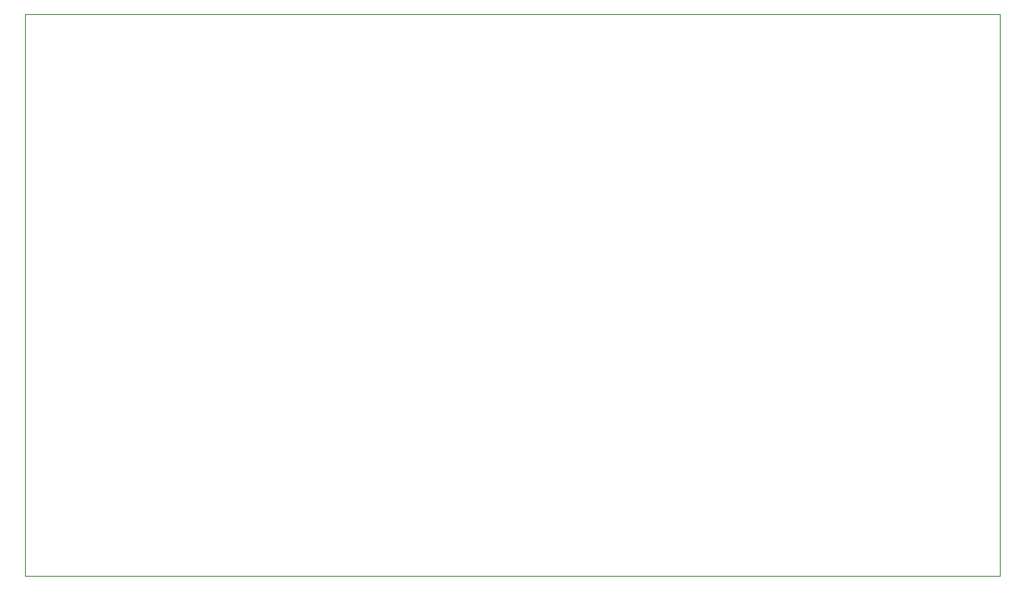
<source format=gm1>
G04 #@! TF.GenerationSoftware,KiCad,Pcbnew,(5.1.2)-1*
G04 #@! TF.CreationDate,2020-01-12T12:33:47-08:00*
G04 #@! TF.ProjectId,o-scope test,6f2d7363-6f70-4652-9074-6573742e6b69,v01*
G04 #@! TF.SameCoordinates,Original*
G04 #@! TF.FileFunction,Profile,NP*
%FSLAX46Y46*%
G04 Gerber Fmt 4.6, Leading zero omitted, Abs format (unit mm)*
G04 Created by KiCad (PCBNEW (5.1.2)-1) date 2020-01-12 12:33:47*
%MOMM*%
%LPD*%
G04 APERTURE LIST*
%ADD10C,0.050000*%
G04 APERTURE END LIST*
D10*
X201930000Y-72390000D02*
X201930000Y-129540000D01*
X196850000Y-72390000D02*
X201930000Y-72390000D01*
X102870000Y-72390000D02*
X196850000Y-72390000D01*
X102870000Y-129540000D02*
X102870000Y-72390000D01*
X201930000Y-129540000D02*
X102870000Y-129540000D01*
M02*

</source>
